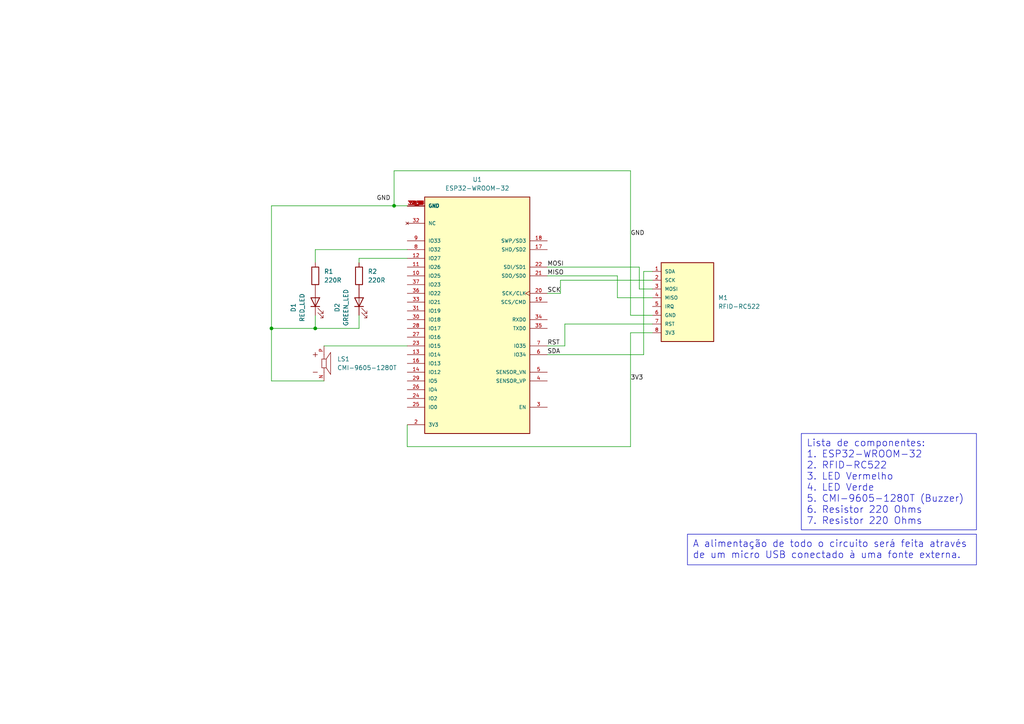
<source format=kicad_sch>
(kicad_sch (version 20230121) (generator eeschema)
  (paper "A4")
  (lib_symbols
    (symbol "CMI-9605-1280T:CMI-9605-1280T" (pin_names (offset 1.016))
      (property "Reference" "LS" (at -3.8237 8.922 0))
      (property "Value" "CMI-9605-1280T" (at -3.8225 -11.4677 0))
      (symbol "CMI-9605-1280T_0_0"
        (polyline (pts (xy -3.175 -2.54) (xy -1.905 -2.54)) (stroke (width 0.1524)))
        (polyline (pts (xy -3.175 2.54) (xy -1.905 2.54)) (stroke (width 0.1524)))
        (polyline (pts (xy -2.54 3.175) (xy -2.54 1.905)) (stroke (width 0.1524)))
        (polyline (pts (xy -0.635 -1.27) (xy -0.635 1.27)) (stroke (width 0.1524)))
        (polyline (pts (xy -0.635 1.27) (xy 0 1.27)) (stroke (width 0.1524)))
        (polyline (pts (xy 0 -1.27) (xy -0.635 -1.27)) (stroke (width 0.1524)))
        (polyline (pts (xy 0 -1.27) (xy 0 -2.54)) (stroke (width 0.1524)))
        (polyline (pts (xy 0 1.27) (xy 0 2.54)) (stroke (width 0.1524)))
        (polyline (pts (xy 0 1.27) (xy 0.635 1.27)) (stroke (width 0.1524)))
        (polyline (pts (xy 0.635 -1.27) (xy 0 -1.27)) (stroke (width 0.1524)))
        (polyline (pts (xy 0.635 1.27) (xy 0.635 -1.27)) (stroke (width 0.1524)))
        (polyline (pts (xy 0.635 1.27) (xy 1.905 3.175)) (stroke (width 0.1524)))
        (polyline (pts (xy 1.905 -3.175) (xy 0.635 -1.27)) (stroke (width 0.1524)))
        (polyline (pts (xy 1.905 3.175) (xy 1.905 -3.175)) (stroke (width 0.1524)))
        (pin passive line (at 0 -5.08 90) (length 2.54) (name "~") (number "N"))
        (pin passive line (at 0 5.08 270) (length 2.54) (name "~") (number "P"))
      )
    )
    (symbol "Device:LED" (pin_numbers hide) (pin_names (offset 1.016) hide)
      (property "Reference" "D" (at 0 2.54 0))
      (property "Value" "LED" (at 0 -2.54 0))
      (symbol "LED_0_1"
        (polyline (pts (xy -1.27 -1.27) (xy -1.27 1.27)) (stroke (width 0.254)))
        (polyline (pts (xy -1.27 0) (xy 1.27 0)))
        (polyline (pts (xy 1.27 -1.27) (xy 1.27 1.27) (xy -1.27 0) (xy 1.27 -1.27)) (stroke (width 0.254)))
        (polyline (pts (xy -3.048 -0.762) (xy -4.572 -2.286) (xy -3.81 -2.286) (xy -4.572 -2.286) (xy -4.572 -1.524)))
        (polyline (pts (xy -1.778 -0.762) (xy -3.302 -2.286) (xy -2.54 -2.286) (xy -3.302 -2.286) (xy -3.302 -1.524)))
      )
      (symbol "LED_1_1"
        (pin passive line (at -3.81 0 0) (length 2.54) (name "K") (number "1"))
        (pin passive line (at 3.81 0 180) (length 2.54) (name "A") (number "2"))
      )
    )
    (symbol "Device:R" (pin_numbers hide) (pin_names (offset 0))
      (property "Reference" "R" (at 2.032 0 90))
      (property "Value" "R" (at 0 0 90))
      (symbol "R_0_1"
        (rectangle (start -1.016 -2.54) (end 1.016 2.54) (stroke (width 0.254)))
      )
      (symbol "R_1_1"
        (pin passive line (at 0 3.81 270) (length 1.27) (name "~") (number "1"))
        (pin passive line (at 0 -3.81 90) (length 1.27) (name "~") (number "2"))
      )
    )
    (symbol "ESP32-WROOM-32:ESP32-WROOM-32" (pin_names (offset 1.016))
      (property "Reference" "U" (at -15.0359 36.6745 0))
      (property "Value" "ESP32-WROOM-32" (at -15.2867 -35.6681 0))
      (symbol "ESP32-WROOM-32_0_0"
        (rectangle (start -15.24 -33.02) (end 15.24 35.56) (stroke (width 0.254)) (fill (type background)))
        (pin power_in line (at 20.32 -30.48 180) (length 5.08) (name "GND") (number "1"))
        (pin bidirectional line (at 20.32 -10.16 180) (length 5.08) (name "IO25") (number "10"))
        (pin bidirectional line (at 20.32 -12.7 180) (length 5.08) (name "IO26") (number "11"))
        (pin bidirectional line (at 20.32 -15.24 180) (length 5.08) (name "IO27") (number "12"))
        (pin bidirectional line (at 20.32 12.7 180) (length 5.08) (name "IO14") (number "13"))
        (pin bidirectional line (at 20.32 17.78 180) (length 5.08) (name "IO12") (number "14"))
        (pin power_in line (at 20.32 -30.48 180) (length 5.08) (name "GND") (number "15"))
        (pin bidirectional line (at 20.32 15.24 180) (length 5.08) (name "IO13") (number "16"))
        (pin bidirectional line (at -20.32 -17.78 0) (length 5.08) (name "SHD/SD2") (number "17"))
        (pin bidirectional line (at -20.32 -20.32 0) (length 5.08) (name "SWP/SD3") (number "18"))
        (pin bidirectional line (at -20.32 -2.54 0) (length 5.08) (name "SCS/CMD") (number "19"))
        (pin power_in line (at 20.32 33.02 180) (length 5.08) (name "3V3") (number "2"))
        (pin bidirectional clock (at -20.32 -5.08 0) (length 5.08) (name "SCK/CLK") (number "20"))
        (pin bidirectional line (at -20.32 -10.16 0) (length 5.08) (name "SDO/SD0") (number "21"))
        (pin bidirectional line (at -20.32 -12.7 0) (length 5.08) (name "SDI/SD1") (number "22"))
        (pin bidirectional line (at 20.32 10.16 180) (length 5.08) (name "IO15") (number "23"))
        (pin bidirectional line (at 20.32 25.4 180) (length 5.08) (name "IO2") (number "24"))
        (pin bidirectional line (at 20.32 27.94 180) (length 5.08) (name "IO0") (number "25"))
        (pin bidirectional line (at 20.32 22.86 180) (length 5.08) (name "IO4") (number "26"))
        (pin bidirectional line (at 20.32 7.62 180) (length 5.08) (name "IO16") (number "27"))
        (pin bidirectional line (at 20.32 5.08 180) (length 5.08) (name "IO17") (number "28"))
        (pin bidirectional line (at 20.32 20.32 180) (length 5.08) (name "IO5") (number "29"))
        (pin input line (at -20.32 27.94 0) (length 5.08) (name "EN") (number "3"))
        (pin bidirectional line (at 20.32 2.54 180) (length 5.08) (name "IO18") (number "30"))
        (pin bidirectional line (at 20.32 0 180) (length 5.08) (name "IO19") (number "31"))
        (pin no_connect line (at 20.32 -25.4 180) (length 5.08) (name "NC") (number "32"))
        (pin bidirectional line (at 20.32 -2.54 180) (length 5.08) (name "IO21") (number "33"))
        (pin bidirectional line (at -20.32 2.54 0) (length 5.08) (name "RXD0") (number "34"))
        (pin bidirectional line (at -20.32 5.08 0) (length 5.08) (name "TXD0") (number "35"))
        (pin bidirectional line (at 20.32 -5.08 180) (length 5.08) (name "IO22") (number "36"))
        (pin bidirectional line (at 20.32 -7.62 180) (length 5.08) (name "IO23") (number "37"))
        (pin power_in line (at 20.32 -30.48 180) (length 5.08) (name "GND") (number "38"))
        (pin power_in line (at 20.32 -30.48 180) (length 5.08) (name "GND") (number "39_1"))
        (pin power_in line (at 20.32 -30.48 180) (length 5.08) (name "GND") (number "39_10"))
        (pin power_in line (at 20.32 -30.48 180) (length 5.08) (name "GND") (number "39_11"))
        (pin power_in line (at 20.32 -30.48 180) (length 5.08) (name "GND") (number "39_12"))
        (pin power_in line (at 20.32 -30.48 180) (length 5.08) (name "GND") (number "39_13"))
        (pin power_in line (at 20.32 -30.48 180) (length 5.08) (name "GND") (number "39_14"))
        (pin power_in line (at 20.32 -30.48 180) (length 5.08) (name "GND") (number "39_15"))
        (pin power_in line (at 20.32 -30.48 180) (length 5.08) (name "GND") (number "39_16"))
        (pin power_in line (at 20.32 -30.48 180) (length 5.08) (name "GND") (number "39_17"))
        (pin power_in line (at 20.32 -30.48 180) (length 5.08) (name "GND") (number "39_18"))
        (pin power_in line (at 20.32 -30.48 180) (length 5.08) (name "GND") (number "39_19"))
        (pin power_in line (at 20.32 -30.48 180) (length 5.08) (name "GND") (number "39_2"))
        (pin power_in line (at 20.32 -30.48 180) (length 5.08) (name "GND") (number "39_20"))
        (pin power_in line (at 20.32 -30.48 180) (length 5.08) (name "GND") (number "39_21"))
        (pin power_in line (at 20.32 -30.48 180) (length 5.08) (name "GND") (number "39_3"))
        (pin power_in line (at 20.32 -30.48 180) (length 5.08) (name "GND") (number "39_4"))
        (pin power_in line (at 20.32 -30.48 180) (length 5.08) (name "GND") (number "39_5"))
        (pin power_in line (at 20.32 -30.48 180) (length 5.08) (name "GND") (number "39_6"))
        (pin power_in line (at 20.32 -30.48 180) (length 5.08) (name "GND") (number "39_7"))
        (pin power_in line (at 20.32 -30.48 180) (length 5.08) (name "GND") (number "39_8"))
        (pin power_in line (at 20.32 -30.48 180) (length 5.08) (name "GND") (number "39_9"))
        (pin input line (at -20.32 20.32 0) (length 5.08) (name "SENSOR_VP") (number "4"))
        (pin input line (at -20.32 17.78 0) (length 5.08) (name "SENSOR_VN") (number "5"))
        (pin input line (at -20.32 12.7 0) (length 5.08) (name "IO34") (number "6"))
        (pin input line (at -20.32 10.16 0) (length 5.08) (name "IO35") (number "7"))
        (pin bidirectional line (at 20.32 -17.78 180) (length 5.08) (name "IO32") (number "8"))
        (pin bidirectional line (at 20.32 -20.32 180) (length 5.08) (name "IO33") (number "9"))
      )
    )
    (symbol "RFID-RC522:RFID-RC522" (pin_names (offset 1.016))
      (property "Reference" "M" (at -7.62 10.922 0))
      (property "Value" "RFID-RC522" (at -7.62 -15.24 0))
      (symbol "RFID-RC522_0_0"
        (rectangle (start -7.62 -12.7) (end 7.62 10.16) (stroke (width 0.254)) (fill (type background)))
        (pin bidirectional line (at -10.16 7.62 0) (length 2.54) (name "SDA") (number "1"))
        (pin bidirectional line (at -10.16 5.08 0) (length 2.54) (name "SCK") (number "2"))
        (pin bidirectional line (at -10.16 2.54 0) (length 2.54) (name "MOSI") (number "3"))
        (pin bidirectional line (at -10.16 0 0) (length 2.54) (name "MISO") (number "4"))
        (pin bidirectional line (at -10.16 -2.54 0) (length 2.54) (name "IRQ") (number "5"))
        (pin bidirectional line (at -10.16 -5.08 0) (length 2.54) (name "GND") (number "6"))
        (pin bidirectional line (at -10.16 -7.62 0) (length 2.54) (name "RST") (number "7"))
        (pin bidirectional line (at -10.16 -10.16 0) (length 2.54) (name "3V3") (number "8"))
      )
    )
  )
  (junction (at 78.74 95.25))
  (junction (at 91.44 95.25))
  (junction (at 114.3 59.69))
  (wire (pts (xy 189.23 86.36) (xy 179.07 86.36)))
  (wire (pts (xy 104.14 74.93) (xy 118.11 74.93)))
  (wire (pts (xy 179.07 80.01) (xy 158.75 80.01)))
  (wire (pts (xy 93.98 100.33) (xy 118.11 100.33)))
  (wire (pts (xy 162.56 85.09) (xy 158.75 85.09)))
  (wire (pts (xy 91.44 72.39) (xy 118.11 72.39)))
  (wire (pts (xy 104.14 76.2) (xy 104.14 74.93)))
  (wire (pts (xy 179.07 86.36) (xy 179.07 80.01)))
  (wire (pts (xy 91.44 91.44) (xy 91.44 95.25)))
  (wire (pts (xy 182.88 49.53) (xy 182.88 91.44)))
  (wire (pts (xy 118.11 129.54) (xy 182.88 129.54)))
  (wire (pts (xy 186.69 78.74) (xy 186.69 102.87)))
  (wire (pts (xy 186.69 102.87) (xy 158.75 102.87)))
  (wire (pts (xy 189.23 81.28) (xy 162.56 81.28)))
  (wire (pts (xy 78.74 110.49) (xy 78.74 95.25)))
  (wire (pts (xy 189.23 93.98) (xy 163.83 93.98)))
  (wire (pts (xy 182.88 49.53) (xy 114.3 49.53)))
  (wire (pts (xy 189.23 78.74) (xy 186.69 78.74)))
  (wire (pts (xy 162.56 81.28) (xy 162.56 85.09)))
  (wire (pts (xy 114.3 49.53) (xy 114.3 59.69)))
  (wire (pts (xy 158.75 77.47) (xy 185.42 77.47)))
  (wire (pts (xy 182.88 96.52) (xy 189.23 96.52)))
  (wire (pts (xy 118.11 123.19) (xy 118.11 129.54)))
  (wire (pts (xy 104.14 91.44) (xy 104.14 95.25)))
  (wire (pts (xy 78.74 59.69) (xy 78.74 95.25)))
  (wire (pts (xy 78.74 95.25) (xy 91.44 95.25)))
  (wire (pts (xy 93.98 110.49) (xy 78.74 110.49)))
  (wire (pts (xy 182.88 96.52) (xy 182.88 129.54)))
  (wire (pts (xy 185.42 77.47) (xy 185.42 83.82)))
  (wire (pts (xy 163.83 93.98) (xy 163.83 100.33)))
  (wire (pts (xy 91.44 95.25) (xy 104.14 95.25)))
  (wire (pts (xy 163.83 100.33) (xy 158.75 100.33)))
  (wire (pts (xy 91.44 76.2) (xy 91.44 72.39)))
  (wire (pts (xy 118.11 59.69) (xy 114.3 59.69)))
  (wire (pts (xy 189.23 91.44) (xy 182.88 91.44)))
  (wire (pts (xy 185.42 83.82) (xy 189.23 83.82)))
  (wire (pts (xy 114.3 59.69) (xy 78.74 59.69)))
  (text_box "A alimentação de todo o circuito será feita através de um micro USB conectado à uma fonte externa." (at 199.39 154.94 0) (size 83.82 8.89) (effects (font (size 2 2)) (justify left top)))
  (text_box "Lista de componentes:\n1. ESP32-WROOM-32\n2. RFID-RC522\n3. LED Vermelho\n4. LED Verde\n5. CMI-9605-1280T (Buzzer)\n6. Resistor 220 Ohms\n7. Resistor 220 Ohms" (at 232.41 125.73 0) (size 50.8 27.94) (effects (font (size 2 2)) (justify left top)))
  (label "SCK" (at 158.75 85.09 0))
  (label "3V3" (at 182.88 110.49 0))
  (label "MISO" (at 158.75 80.01 0))
  (label "GND" (at 182.88 68.58 0))
  (label "SDA" (at 158.75 102.87 0))
  (label "RST" (at 158.75 100.33 0))
  (label "MOSI" (at 158.75 77.47 0))
  (label "GND" (at 109.22 58.42 0))
  (symbol (lib_id "CMI-9605-1280T:CMI-9605-1280T") (at 93.98 105.41 0) (unit 1)
    (property "Reference" "LS1" (at 97.79 104.14 0) (effects (justify left)))
    (property "Value" "CMI-9605-1280T" (at 97.79 106.68 0) (effects (justify left)))
    (property "Footprint" "CMI-9605-1280T:CUI_CMI-9605-1280T" (effects hide))
    (property "MF" "CUI Devices" (effects hide))
    (property "MAXIMUM_PACKAGE_HEIGHT" "5mm" (effects hide))
    (property "Package" "CUI Inc." (effects hide))
    (property "Price" "None" (effects hide))
    (property "Check_prices" "https://www.snapeda.com/parts/CMI-9605-1280T/CUI+Devices/view-part/?ref=eda" (effects hide))
    (property "STANDARD" "Manufacturer Recommendations" (effects hide))
    (property "PARTREV" "N/A" (effects hide))
    (property "SnapEDA_Link" "https://www.snapeda.com/parts/CMI-9605-1280T/CUI+Devices/view-part/?ref=snap" (effects hide))
    (property "MP" "CMI-9605-1280T" (effects hide))
    (property "Purchase-URL" "https://www.snapeda.com/api/url_track_click_mouser/?unipart_id=3662540&manufacturer=CUI Devices&part_name=CMI-9605-1280T&search_term=buzzer" (effects hide))
    (property "Description" "9.6 mm, 12 Vdc, 80 dB, Through Hole, Driving Circuit, Magnetic Audio Indicator Buzzer" (effects hide))
    (property "CUI_purchase_URL" "https://www.cuidevices.com/product/audio/buzzers/audio-indicators/cmi-9605-1280t?utm_source=snapeda.com&utm_medium=referral&utm_campaign=snapedaBOM" (effects hide))
    (property "Availability" "In Stock" (effects hide))
    (property "MANUFACTURER" "CUI Inc" (effects hide))
  )
  (symbol (lib_id "Device:LED") (at 91.44 87.63 90) (unit 1)
    (property "Reference" "D1" (at 85.09 89.2175 0))
    (property "Value" "RED_LED" (at 87.63 89.2175 0))
  )
  (symbol (lib_id "Device:R") (at 91.44 80.01 0) (unit 1)
    (property "Reference" "R1" (at 93.98 78.74 0) (effects (justify left)))
    (property "Value" "220R" (at 93.98 81.28 0) (effects (justify left)))
  )
  (symbol (lib_id "ESP32-WROOM-32:ESP32-WROOM-32") (at 138.43 90.17 180) (unit 1)
    (property "Reference" "U1" (at 138.43 52.07 0))
    (property "Value" "ESP32-WROOM-32" (at 138.43 54.61 0))
    (property "Footprint" "ESP32-WROOM-32:MODULE_ESP32-WROOM-32" (effects hide))
    (property "MF" "Espressif Systems" (effects hide))
    (property "MAXIMUM_PACKAGE_HEIGHT" "3.2 mm" (effects hide))
    (property "Package" "Non Standard Espressif Systems" (effects hide))
    (property "Price" "None" (effects hide))
    (property "Check_prices" "https://www.snapeda.com/parts/ESP32-WROOM-32/Espressif+Systems/view-part/?ref=eda" (effects hide))
    (property "STANDARD" "Manufacturer Recommendations" (effects hide))
    (property "PARTREV" "2.9" (effects hide))
    (property "SnapEDA_Link" "https://www.snapeda.com/parts/ESP32-WROOM-32/Espressif+Systems/view-part/?ref=snap" (effects hide))
    (property "MP" "ESP32-WROOM-32" (effects hide))
    (property "Description" "\nBluetooth, WiFi 802.11b/g/n, Bluetooth v4.2 +EDR, Class 1, 2 and 3 Transceiver Module 2.4GHz ~ 2.5GHz Antenna Not Included, U.FL Surface Mount\n" (effects hide))
    (property "Availability" "Not in stock" (effects hide))
    (property "MANUFACTURER" "Espressif Systems" (effects hide))
  )
  (symbol (lib_id "Device:R") (at 104.14 80.01 0) (unit 1)
    (property "Reference" "R2" (at 106.68 78.74 0) (effects (justify left)))
    (property "Value" "220R" (at 106.68 81.28 0) (effects (justify left)))
  )
  (symbol (lib_id "RFID-RC522:RFID-RC522") (at 199.39 86.36 0) (unit 1)
    (property "Reference" "M1" (at 208.28 86.36 0) (effects (justify left)))
    (property "Value" "RFID-RC522" (at 208.28 88.9 0) (effects (justify left)))
    (property "Footprint" "RFID-RC522:RFID-RC522" (effects hide))
    (property "MF" "Handson Technology" (effects hide))
    (property "Description" "\nDevelopment kit in an integrated reader/writer IC MFRC522 for contactless communication at 13.56 MHz.\n" (effects hide))
    (property "MPN" "RFID-RC522" (effects hide))
    (property "Price" "None" (effects hide))
    (property "Package" "Package" (effects hide))
    (property "Check_prices" "https://www.snapeda.com/parts/RFID-RC522/Handson+Technology/view-part/?ref=eda" (effects hide))
    (property "SnapEDA_Link" "https://www.snapeda.com/parts/RFID-RC522/Handson+Technology/view-part/?ref=snap" (effects hide))
    (property "MP" "RFID-RC522" (effects hide))
    (property "Availability" "Not in stock" (effects hide))
    (property "DESC" "MFRC522 RFID Module" (effects hide))
  )
  (symbol (lib_id "Device:LED") (at 104.14 87.63 90) (unit 1)
    (property "Reference" "D2" (at 97.79 89.2175 0))
    (property "Value" "GREEN_LED" (at 100.33 89.2175 0))
  )
)
</source>
